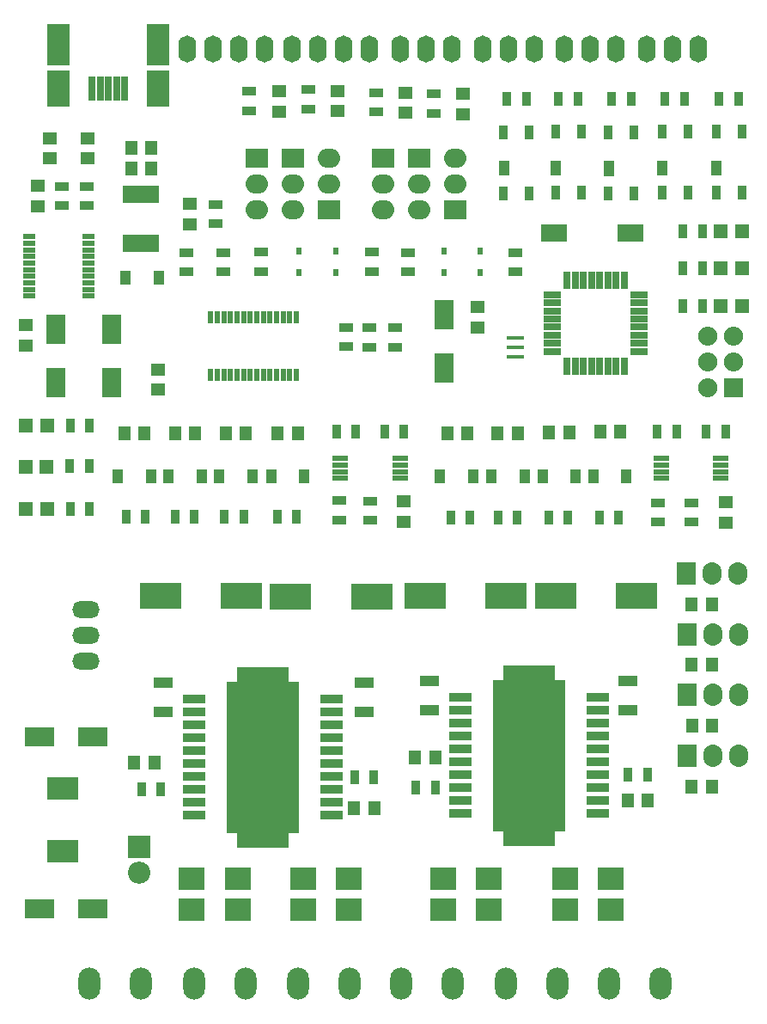
<source format=gts>
G04 #@! TF.FileFunction,Soldermask,Top*
%FSLAX46Y46*%
G04 Gerber Fmt 4.6, Leading zero omitted, Abs format (unit mm)*
G04 Created by KiCad (PCBNEW 4.1.0-alpha+201608101232+7015~46~ubuntu14.04.1-product) date Fri Aug 19 12:09:27 2016*
%MOMM*%
%LPD*%
G01*
G04 APERTURE LIST*
%ADD10C,0.100000*%
%ADD11R,0.660000X2.410000*%
%ADD12R,2.210000X3.660000*%
%ADD13R,2.210000X4.160000*%
%ADD14R,0.860000X1.460000*%
%ADD15R,1.358880X1.358880*%
%ADD16O,1.760000X2.660000*%
%ADD17R,0.560000X1.260000*%
%ADD18R,1.760000X0.710000*%
%ADD19R,0.710000X1.760000*%
%ADD20R,1.160000X1.410000*%
%ADD21R,3.160000X2.160000*%
%ADD22R,1.410000X1.160000*%
%ADD23R,1.070000X1.380000*%
%ADD24R,2.660000X2.160000*%
%ADD25R,0.610000X0.750000*%
%ADD26R,3.660000X1.760000*%
%ADD27R,1.460000X0.860000*%
%ADD28R,1.860000X1.060000*%
%ADD29R,1.160000X0.560000*%
%ADD30O,2.700000X1.684000*%
%ADD31R,2.910820X1.960860*%
%ADD32R,1.960860X2.910820*%
%ADD33O,2.160000X3.160000*%
%ADD34R,0.960000X1.360000*%
%ADD35R,1.760000X0.460000*%
%ADD36R,2.660000X1.760000*%
%ADD37R,1.610000X0.610000*%
%ADD38R,4.160500X2.560300*%
%ADD39R,2.160000X0.860000*%
%ADD40R,7.160000X14.960000*%
%ADD41R,5.160000X17.860000*%
%ADD42R,1.887200X2.192000*%
%ADD43O,1.887200X2.192000*%
%ADD44R,2.192000X1.887200*%
%ADD45O,2.192000X1.887200*%
%ADD46R,1.887200X1.887200*%
%ADD47O,1.887200X1.887200*%
%ADD48R,2.192000X2.192000*%
%ADD49O,2.192000X2.192000*%
%ADD50R,1.060000X0.660000*%
%ADD51R,1.060000X1.460000*%
G04 APERTURE END LIST*
D10*
D11*
X119775000Y-47125000D03*
X120575000Y-47125000D03*
X121375000Y-47125000D03*
X118975000Y-47125000D03*
X118175000Y-47125000D03*
D12*
X124700000Y-47125000D03*
X114850000Y-47125000D03*
D13*
X124700000Y-42875000D03*
X114850000Y-42875000D03*
D14*
X176430000Y-64820000D03*
X178330000Y-64820000D03*
D15*
X180130980Y-64830000D03*
X182229020Y-64830000D03*
X180141960Y-61250000D03*
X182240000Y-61250000D03*
X180140980Y-68550000D03*
X182239020Y-68550000D03*
D14*
X176430000Y-61250000D03*
X178330000Y-61250000D03*
X176430000Y-68560000D03*
X178330000Y-68560000D03*
D16*
X177905000Y-43275000D03*
X175365000Y-43275000D03*
X172825000Y-43275000D03*
D17*
X129855000Y-75360000D03*
X130505000Y-75360000D03*
X131155000Y-75360000D03*
X131805000Y-75360000D03*
X132455000Y-75360000D03*
X133105000Y-75360000D03*
X133755000Y-75360000D03*
X134405000Y-75360000D03*
X135055000Y-75360000D03*
X135705000Y-75360000D03*
X136355000Y-75360000D03*
X137005000Y-75360000D03*
X137655000Y-75360000D03*
X138305000Y-75360000D03*
X138305000Y-69660000D03*
X137655000Y-69660000D03*
X137005000Y-69660000D03*
X136355000Y-69660000D03*
X135705000Y-69660000D03*
X135055000Y-69660000D03*
X134405000Y-69660000D03*
X133755000Y-69660000D03*
X133105000Y-69660000D03*
X132455000Y-69660000D03*
X131805000Y-69660000D03*
X131155000Y-69660000D03*
X130505000Y-69660000D03*
X129855000Y-69660000D03*
D18*
X163550000Y-67460000D03*
X163550000Y-68260000D03*
X163550000Y-69060000D03*
X163550000Y-69860000D03*
X163550000Y-70660000D03*
X163550000Y-71460000D03*
X163550000Y-72260000D03*
X163550000Y-73060000D03*
D19*
X165000000Y-74510000D03*
X165800000Y-74510000D03*
X166600000Y-74510000D03*
X167400000Y-74510000D03*
X168200000Y-74510000D03*
X169000000Y-74510000D03*
X169800000Y-74510000D03*
X170600000Y-74510000D03*
D18*
X172050000Y-73060000D03*
X172050000Y-72260000D03*
X172050000Y-71460000D03*
X172050000Y-70660000D03*
X172050000Y-69860000D03*
X172050000Y-69060000D03*
X172050000Y-68260000D03*
X172050000Y-67460000D03*
D19*
X170600000Y-66010000D03*
X169800000Y-66010000D03*
X169000000Y-66010000D03*
X168200000Y-66010000D03*
X167400000Y-66010000D03*
X166600000Y-66010000D03*
X165800000Y-66010000D03*
X165000000Y-66010000D03*
D16*
X169815000Y-43275000D03*
X167275000Y-43275000D03*
X164735000Y-43275000D03*
X161705000Y-43275000D03*
X159165000Y-43275000D03*
X156625000Y-43275000D03*
X153605000Y-43275000D03*
X151065000Y-43275000D03*
X148525000Y-43275000D03*
D20*
X124310000Y-113580000D03*
X122310000Y-113580000D03*
D21*
X115300000Y-122300000D03*
X115300000Y-116100000D03*
D22*
X156170000Y-68700000D03*
X156170000Y-70700000D03*
X124630000Y-74820000D03*
X124630000Y-76820000D03*
X112825000Y-58775000D03*
X112825000Y-56775000D03*
X111590000Y-70440000D03*
X111590000Y-72440000D03*
X127825000Y-60550000D03*
X127825000Y-58550000D03*
D20*
X123340000Y-81120000D03*
X121340000Y-81120000D03*
X128340000Y-81120000D03*
X126340000Y-81120000D03*
X133340000Y-81120000D03*
X131340000Y-81120000D03*
X138440000Y-81120000D03*
X136440000Y-81120000D03*
X146000000Y-118000000D03*
X144000000Y-118000000D03*
X155160000Y-81080000D03*
X153160000Y-81080000D03*
X160110000Y-81080000D03*
X158110000Y-81080000D03*
X165190000Y-81030000D03*
X163190000Y-81030000D03*
X170230000Y-80980000D03*
X168230000Y-80980000D03*
X172950000Y-117250000D03*
X170950000Y-117250000D03*
X152000000Y-113000000D03*
X150000000Y-113000000D03*
X179230000Y-97930000D03*
X177230000Y-97930000D03*
X179270000Y-103920000D03*
X177270000Y-103920000D03*
X179300000Y-109920000D03*
X177300000Y-109920000D03*
X179250000Y-115920000D03*
X177250000Y-115920000D03*
X122000000Y-53000000D03*
X124000000Y-53000000D03*
D22*
X117710000Y-54060000D03*
X117710000Y-52060000D03*
X113960000Y-54060000D03*
X113960000Y-52060000D03*
X148900000Y-87830000D03*
X148900000Y-89830000D03*
X180590000Y-87880000D03*
X180590000Y-89880000D03*
X154680000Y-49670000D03*
X154680000Y-47670000D03*
X149040000Y-49570000D03*
X149040000Y-47570000D03*
X142390000Y-49380000D03*
X142390000Y-47380000D03*
X136580000Y-49460000D03*
X136580000Y-47460000D03*
D15*
X111581960Y-84400000D03*
X113680000Y-84400000D03*
X111620980Y-80390000D03*
X113719020Y-80390000D03*
D23*
X120705000Y-85335000D03*
X123975000Y-85335000D03*
X125705000Y-85335000D03*
X128975000Y-85335000D03*
X130705000Y-85335000D03*
X133975000Y-85335000D03*
X135805000Y-85335000D03*
X139075000Y-85335000D03*
D24*
X128000000Y-128000000D03*
X132500000Y-128000000D03*
X128000000Y-125000000D03*
X132500000Y-125000000D03*
X143500000Y-128000000D03*
X139000000Y-128000000D03*
X143500000Y-125000000D03*
X139000000Y-125000000D03*
D23*
X152475000Y-85335000D03*
X155745000Y-85335000D03*
X157520000Y-85335000D03*
X160790000Y-85335000D03*
X162570000Y-85335000D03*
X165840000Y-85335000D03*
X167570000Y-85335000D03*
X170840000Y-85335000D03*
D24*
X152750000Y-128000000D03*
X157250000Y-128000000D03*
X152750000Y-125000000D03*
X157250000Y-125000000D03*
X169300000Y-128000000D03*
X164800000Y-128000000D03*
X169300000Y-125000000D03*
X164800000Y-125000000D03*
D23*
X121440000Y-65825000D03*
X124710000Y-65825000D03*
D25*
X156430000Y-63205000D03*
X156430000Y-65315000D03*
X152890000Y-63205000D03*
X152890000Y-65315000D03*
X142160000Y-63185000D03*
X142160000Y-65295000D03*
X138560000Y-63165000D03*
X138560000Y-65275000D03*
D26*
X123000000Y-57561600D03*
X123000000Y-62438400D03*
D20*
X124000000Y-55000000D03*
X122000000Y-55000000D03*
D27*
X130325000Y-58600000D03*
X130325000Y-60500000D03*
X145520000Y-72625000D03*
X145520000Y-70725000D03*
X148020000Y-72625000D03*
X148020000Y-70725000D03*
X143170000Y-70675000D03*
X143170000Y-72575000D03*
X131090000Y-63300000D03*
X131090000Y-65200000D03*
X127415000Y-63300000D03*
X127415000Y-65200000D03*
D14*
X115965000Y-84335000D03*
X117865000Y-84335000D03*
X117905000Y-80335000D03*
X116005000Y-80335000D03*
X124950000Y-116150000D03*
X123050000Y-116150000D03*
X144050000Y-115000000D03*
X145950000Y-115000000D03*
X123410000Y-89310000D03*
X121510000Y-89310000D03*
X128215000Y-89310000D03*
X126315000Y-89310000D03*
X133115000Y-89340000D03*
X131215000Y-89340000D03*
X138315000Y-89340000D03*
X136415000Y-89340000D03*
D28*
X125130000Y-108540000D03*
X125130000Y-105640000D03*
X145000000Y-108550000D03*
X145000000Y-105650000D03*
D14*
X155435000Y-89410000D03*
X153535000Y-89410000D03*
X160055000Y-89380000D03*
X158155000Y-89380000D03*
X165055000Y-89380000D03*
X163155000Y-89380000D03*
X170055000Y-89380000D03*
X168155000Y-89380000D03*
X152000000Y-116000000D03*
X150100000Y-116000000D03*
X171000000Y-114750000D03*
X172900000Y-114750000D03*
D28*
X151450000Y-108380000D03*
X151450000Y-105480000D03*
X171000000Y-108400000D03*
X171000000Y-105500000D03*
D27*
X117650000Y-58700000D03*
X117650000Y-56800000D03*
X115170000Y-58700000D03*
X115170000Y-56800000D03*
X142490000Y-87750000D03*
X142490000Y-89650000D03*
D14*
X144160000Y-80970000D03*
X142260000Y-80970000D03*
D27*
X145590000Y-89690000D03*
X145590000Y-87790000D03*
D14*
X148890000Y-80970000D03*
X146990000Y-80970000D03*
D27*
X151880000Y-49580000D03*
X151880000Y-47680000D03*
X159900000Y-63320000D03*
X159900000Y-65220000D03*
X146160000Y-49480000D03*
X146160000Y-47580000D03*
X149340000Y-63310000D03*
X149340000Y-65210000D03*
X173940000Y-87960000D03*
X173940000Y-89860000D03*
D14*
X175760000Y-80980000D03*
X173860000Y-80980000D03*
D27*
X177210000Y-89860000D03*
X177210000Y-87960000D03*
D14*
X180600000Y-80980000D03*
X178700000Y-80980000D03*
D27*
X139510000Y-49180000D03*
X139510000Y-47280000D03*
X145710000Y-63290000D03*
X145710000Y-65190000D03*
X133650000Y-49350000D03*
X133650000Y-47450000D03*
X134830000Y-63270000D03*
X134830000Y-65170000D03*
D29*
X117800000Y-67600000D03*
X117800000Y-66950000D03*
X117800000Y-66300000D03*
X117800000Y-65650000D03*
X117800000Y-65000000D03*
X117800000Y-64350000D03*
X117800000Y-63700000D03*
X117800000Y-63050000D03*
X117800000Y-62400000D03*
X117800000Y-61750000D03*
X112000000Y-61750000D03*
X112000000Y-62400000D03*
X112000000Y-63050000D03*
X112000000Y-63700000D03*
X112000000Y-64350000D03*
X112000000Y-65000000D03*
X112000000Y-65650000D03*
X112000000Y-66300000D03*
X112000000Y-66950000D03*
X112000000Y-67600000D03*
D30*
X117550000Y-98500000D03*
X117550000Y-101040000D03*
X117550000Y-103580000D03*
D31*
X118223820Y-111000000D03*
X112976180Y-111000000D03*
X118223820Y-127900000D03*
X112976180Y-127900000D03*
D32*
X114610000Y-76143820D03*
X114610000Y-70896180D03*
X120110000Y-76153820D03*
X120110000Y-70906180D03*
X152870000Y-74673820D03*
X152870000Y-69426180D03*
D16*
X145525000Y-43275000D03*
X142985000Y-43275000D03*
X140445000Y-43275000D03*
X137905000Y-43275000D03*
X135125000Y-43275000D03*
X132585000Y-43275000D03*
X130045000Y-43275000D03*
X127505000Y-43275000D03*
D33*
X143550000Y-135300000D03*
X138470000Y-135300000D03*
X148630000Y-135300000D03*
X153710000Y-135300000D03*
X164000000Y-135300000D03*
X158920000Y-135300000D03*
X169080000Y-135300000D03*
X174160000Y-135300000D03*
X122980000Y-135300000D03*
X117900000Y-135300000D03*
X133270000Y-135300000D03*
X128190000Y-135300000D03*
D14*
X159060000Y-48150000D03*
X160960000Y-48150000D03*
X164130000Y-48150000D03*
X166030000Y-48150000D03*
X169390000Y-48160000D03*
X171290000Y-48160000D03*
X181880000Y-48150000D03*
X179980000Y-48150000D03*
X176550000Y-48150000D03*
X174650000Y-48150000D03*
D34*
X176920000Y-51400000D03*
X174380000Y-51400000D03*
X174380000Y-57400000D03*
X176920000Y-57400000D03*
X182210000Y-51400000D03*
X179670000Y-51400000D03*
X179670000Y-57400000D03*
X182210000Y-57400000D03*
X171605000Y-51460000D03*
X169065000Y-51460000D03*
X169065000Y-57460000D03*
X171605000Y-57460000D03*
X166380000Y-51410000D03*
X163840000Y-51410000D03*
X163840000Y-57410000D03*
X166380000Y-57410000D03*
X161250000Y-51481738D03*
X158710000Y-51481738D03*
X158710000Y-57481738D03*
X161250000Y-57481738D03*
D35*
X159880000Y-71710000D03*
X159880000Y-72660000D03*
X159880000Y-73610000D03*
D36*
X171190000Y-61360000D03*
X163690000Y-61360000D03*
D15*
X111630980Y-88580000D03*
X113729020Y-88580000D03*
D14*
X116030000Y-88550000D03*
X117930000Y-88550000D03*
D37*
X142640000Y-83610000D03*
X142640000Y-84260000D03*
X142640000Y-84910000D03*
X142640000Y-85560000D03*
X148540000Y-85560000D03*
X148540000Y-84910000D03*
X148540000Y-84260000D03*
X148540000Y-83610000D03*
X174260000Y-83610000D03*
X174260000Y-84260000D03*
X174260000Y-84910000D03*
X174260000Y-85560000D03*
X180160000Y-85560000D03*
X180160000Y-84910000D03*
X180160000Y-84260000D03*
X180160000Y-83610000D03*
D38*
X132900500Y-97145000D03*
X124899500Y-97145000D03*
X158980500Y-97105000D03*
X150979500Y-97105000D03*
X137709500Y-97190000D03*
X145710500Y-97190000D03*
X163849500Y-97130000D03*
X171850500Y-97130000D03*
D39*
X154500000Y-107110000D03*
X154500000Y-108380000D03*
X154500000Y-109650000D03*
X154500000Y-110920000D03*
X154500000Y-112190000D03*
X154500000Y-113460000D03*
X154500000Y-114730000D03*
X154500000Y-116000000D03*
X154500000Y-117270000D03*
X154500000Y-118540000D03*
X168000000Y-107110000D03*
X168000000Y-108380000D03*
X168000000Y-109650000D03*
X168000000Y-110920000D03*
X168000000Y-112190000D03*
X168000000Y-113460000D03*
X168000000Y-114730000D03*
X168000000Y-116000000D03*
X168000000Y-117270000D03*
X168000000Y-118540000D03*
D40*
X161250000Y-112825000D03*
X161250000Y-112825000D03*
D41*
X161250000Y-112825000D03*
X161250000Y-112825000D03*
D39*
X128250000Y-107285000D03*
X128250000Y-108555000D03*
X128250000Y-109825000D03*
X128250000Y-111095000D03*
X128250000Y-112365000D03*
X128250000Y-113635000D03*
X128250000Y-114905000D03*
X128250000Y-116175000D03*
X128250000Y-117445000D03*
X128250000Y-118715000D03*
X141750000Y-107285000D03*
X141750000Y-108555000D03*
X141750000Y-109825000D03*
X141750000Y-111095000D03*
X141750000Y-112365000D03*
X141750000Y-113635000D03*
X141750000Y-114905000D03*
X141750000Y-116175000D03*
X141750000Y-117445000D03*
X141750000Y-118715000D03*
D40*
X135000000Y-113000000D03*
X135000000Y-113000000D03*
D41*
X135000000Y-113000000D03*
X135000000Y-113000000D03*
D42*
X176790000Y-112890000D03*
D43*
X179330000Y-112890000D03*
X181870000Y-112890000D03*
D42*
X176790000Y-106890000D03*
D43*
X179330000Y-106890000D03*
X181870000Y-106890000D03*
D42*
X176790000Y-100890000D03*
D43*
X179330000Y-100890000D03*
X181870000Y-100890000D03*
D42*
X176760000Y-94930000D03*
D43*
X179300000Y-94930000D03*
X181840000Y-94930000D03*
D44*
X141525000Y-59130000D03*
D45*
X141525000Y-56590000D03*
X141525000Y-54050000D03*
D44*
X153980000Y-59115000D03*
D45*
X153980000Y-56575000D03*
X153980000Y-54035000D03*
D44*
X134375000Y-54050000D03*
D45*
X134375000Y-56590000D03*
X134375000Y-59130000D03*
D44*
X137950000Y-54050000D03*
D45*
X137950000Y-56590000D03*
X137950000Y-59130000D03*
D44*
X146830000Y-54020000D03*
D45*
X146830000Y-56560000D03*
X146830000Y-59100000D03*
D44*
X150405000Y-54020000D03*
D45*
X150405000Y-56560000D03*
X150405000Y-59100000D03*
D46*
X181420000Y-76620000D03*
D47*
X178880000Y-76620000D03*
X181420000Y-74080000D03*
X178880000Y-74080000D03*
X181420000Y-71540000D03*
X178880000Y-71540000D03*
D48*
X122800000Y-121860000D03*
D49*
X122800000Y-124400000D03*
D50*
X158770000Y-54610000D03*
X158770000Y-55410000D03*
D51*
X158770000Y-55010000D03*
D50*
X163830000Y-54600000D03*
X163830000Y-55400000D03*
D51*
X163830000Y-55000000D03*
D50*
X169070000Y-54630000D03*
X169070000Y-55430000D03*
D51*
X169070000Y-55030000D03*
D50*
X179700000Y-54600000D03*
X179700000Y-55400000D03*
D51*
X179700000Y-55000000D03*
D50*
X174370000Y-54600000D03*
X174370000Y-55400000D03*
D51*
X174370000Y-55000000D03*
M02*

</source>
